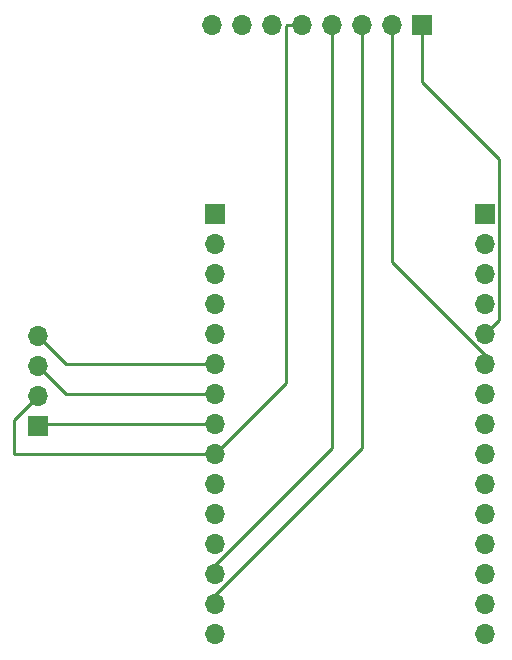
<source format=gbr>
%TF.GenerationSoftware,KiCad,Pcbnew,(5.1.8)-1*%
%TF.CreationDate,2020-12-14T07:50:50+01:00*%
%TF.ProjectId,K2,4b322e6b-6963-4616-945f-706362585858,rev?*%
%TF.SameCoordinates,Original*%
%TF.FileFunction,Copper,L1,Top*%
%TF.FilePolarity,Positive*%
%FSLAX46Y46*%
G04 Gerber Fmt 4.6, Leading zero omitted, Abs format (unit mm)*
G04 Created by KiCad (PCBNEW (5.1.8)-1) date 2020-12-14 07:50:50*
%MOMM*%
%LPD*%
G01*
G04 APERTURE LIST*
%TA.AperFunction,ComponentPad*%
%ADD10R,1.700000X1.700000*%
%TD*%
%TA.AperFunction,ComponentPad*%
%ADD11O,1.700000X1.700000*%
%TD*%
%TA.AperFunction,Conductor*%
%ADD12C,0.250000*%
%TD*%
G04 APERTURE END LIST*
D10*
%TO.P,J1,1*%
%TO.N,Net-(J1-Pad1)*%
X99314000Y-49657000D03*
D11*
%TO.P,J1,2*%
%TO.N,Net-(J1-Pad2)*%
X99314000Y-47117000D03*
%TO.P,J1,3*%
%TO.N,Net-(J1-Pad3)*%
X99314000Y-44577000D03*
%TO.P,J1,4*%
%TO.N,Net-(J1-Pad4)*%
X99314000Y-42037000D03*
%TD*%
D10*
%TO.P,J2,1*%
%TO.N,N/C*%
X114300000Y-31750000D03*
D11*
%TO.P,J2,2*%
X114300000Y-34290000D03*
%TO.P,J2,3*%
X114300000Y-36830000D03*
%TO.P,J2,4*%
X114300000Y-39370000D03*
%TO.P,J2,5*%
X114300000Y-41910000D03*
%TO.P,J2,6*%
%TO.N,Net-(J1-Pad4)*%
X114300000Y-44450000D03*
%TO.P,J2,7*%
%TO.N,Net-(J1-Pad3)*%
X114300000Y-46990000D03*
%TO.P,J2,8*%
%TO.N,Net-(J1-Pad1)*%
X114300000Y-49530000D03*
%TO.P,J2,9*%
%TO.N,Net-(J1-Pad2)*%
X114300000Y-52070000D03*
%TO.P,J2,10*%
%TO.N,N/C*%
X114300000Y-54610000D03*
%TO.P,J2,11*%
X114300000Y-57150000D03*
%TO.P,J2,12*%
X114300000Y-59690000D03*
%TO.P,J2,13*%
%TO.N,Net-(J2-Pad13)*%
X114300000Y-62230000D03*
%TO.P,J2,14*%
%TO.N,Net-(J2-Pad14)*%
X114300000Y-64770000D03*
%TO.P,J2,15*%
%TO.N,N/C*%
X114300000Y-67310000D03*
%TD*%
%TO.P,J3,15*%
%TO.N,N/C*%
X137160000Y-67310000D03*
%TO.P,J3,14*%
X137160000Y-64770000D03*
%TO.P,J3,13*%
X137160000Y-62230000D03*
%TO.P,J3,12*%
X137160000Y-59690000D03*
%TO.P,J3,11*%
X137160000Y-57150000D03*
%TO.P,J3,10*%
X137160000Y-54610000D03*
%TO.P,J3,9*%
X137160000Y-52070000D03*
%TO.P,J3,8*%
X137160000Y-49530000D03*
%TO.P,J3,7*%
X137160000Y-46990000D03*
%TO.P,J3,6*%
%TO.N,Net-(J3-Pad6)*%
X137160000Y-44450000D03*
%TO.P,J3,5*%
%TO.N,Net-(J3-Pad5)*%
X137160000Y-41910000D03*
%TO.P,J3,4*%
%TO.N,N/C*%
X137160000Y-39370000D03*
%TO.P,J3,3*%
X137160000Y-36830000D03*
%TO.P,J3,2*%
X137160000Y-34290000D03*
D10*
%TO.P,J3,1*%
X137160000Y-31750000D03*
%TD*%
%TO.P,J4,1*%
%TO.N,Net-(J3-Pad5)*%
X131826000Y-15748000D03*
D11*
%TO.P,J4,2*%
%TO.N,Net-(J3-Pad6)*%
X129286000Y-15748000D03*
%TO.P,J4,3*%
%TO.N,Net-(J2-Pad14)*%
X126746000Y-15748000D03*
%TO.P,J4,4*%
%TO.N,Net-(J2-Pad13)*%
X124206000Y-15748000D03*
%TO.P,J4,5*%
%TO.N,Net-(J1-Pad2)*%
X121666000Y-15748000D03*
%TO.P,J4,6*%
%TO.N,N/C*%
X119126000Y-15748000D03*
%TO.P,J4,7*%
X116586000Y-15748000D03*
%TO.P,J4,8*%
X114046000Y-15748000D03*
%TD*%
D12*
%TO.N,Net-(J1-Pad1)*%
X99441000Y-49530000D02*
X99314000Y-49657000D01*
X114300000Y-49530000D02*
X99441000Y-49530000D01*
%TO.N,Net-(J1-Pad2)*%
X114300000Y-52070000D02*
X97282000Y-52070000D01*
X97282000Y-49149000D02*
X99314000Y-47117000D01*
X97282000Y-52070000D02*
X97282000Y-49149000D01*
X120301001Y-15842999D02*
X120301001Y-46068999D01*
X120396000Y-15748000D02*
X120301001Y-15842999D01*
X120301001Y-46068999D02*
X114300000Y-52070000D01*
X121666000Y-15748000D02*
X120396000Y-15748000D01*
%TO.N,Net-(J1-Pad3)*%
X101727000Y-46990000D02*
X99314000Y-44577000D01*
X114300000Y-46990000D02*
X101727000Y-46990000D01*
%TO.N,Net-(J1-Pad4)*%
X101727000Y-44450000D02*
X99314000Y-42037000D01*
X114300000Y-44450000D02*
X101727000Y-44450000D01*
%TO.N,Net-(J2-Pad13)*%
X114300000Y-61429002D02*
X114300000Y-62230000D01*
X124206000Y-51523002D02*
X114300000Y-61429002D01*
X124206000Y-15748000D02*
X124206000Y-51523002D01*
%TO.N,Net-(J2-Pad14)*%
X114300000Y-63969002D02*
X114300000Y-64770000D01*
X126746000Y-51523002D02*
X114300000Y-63969002D01*
X126746000Y-15748000D02*
X126746000Y-51523002D01*
%TO.N,Net-(J3-Pad6)*%
X137160000Y-43649002D02*
X137160000Y-44450000D01*
X129286000Y-35775002D02*
X137160000Y-43649002D01*
X129286000Y-15748000D02*
X129286000Y-35775002D01*
%TO.N,Net-(J3-Pad5)*%
X131826000Y-15748000D02*
X131826000Y-20574000D01*
X138335001Y-40734999D02*
X137160000Y-41910000D01*
X138335001Y-27083001D02*
X138335001Y-40734999D01*
X131826000Y-20574000D02*
X138335001Y-27083001D01*
%TD*%
M02*

</source>
